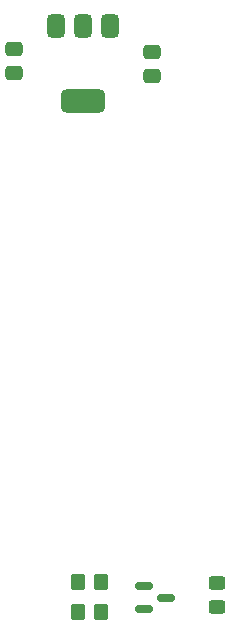
<source format=gtp>
G04 #@! TF.GenerationSoftware,KiCad,Pcbnew,9.0.5*
G04 #@! TF.CreationDate,2025-11-16T23:30:58+01:00*
G04 #@! TF.ProjectId,MiSTer_A8SIO,4d695354-6572-45f4-9138-53494f2e6b69,1.2*
G04 #@! TF.SameCoordinates,Original*
G04 #@! TF.FileFunction,Paste,Top*
G04 #@! TF.FilePolarity,Positive*
%FSLAX46Y46*%
G04 Gerber Fmt 4.6, Leading zero omitted, Abs format (unit mm)*
G04 Created by KiCad (PCBNEW 9.0.5) date 2025-11-16 23:30:58*
%MOMM*%
%LPD*%
G01*
G04 APERTURE LIST*
G04 Aperture macros list*
%AMRoundRect*
0 Rectangle with rounded corners*
0 $1 Rounding radius*
0 $2 $3 $4 $5 $6 $7 $8 $9 X,Y pos of 4 corners*
0 Add a 4 corners polygon primitive as box body*
4,1,4,$2,$3,$4,$5,$6,$7,$8,$9,$2,$3,0*
0 Add four circle primitives for the rounded corners*
1,1,$1+$1,$2,$3*
1,1,$1+$1,$4,$5*
1,1,$1+$1,$6,$7*
1,1,$1+$1,$8,$9*
0 Add four rect primitives between the rounded corners*
20,1,$1+$1,$2,$3,$4,$5,0*
20,1,$1+$1,$4,$5,$6,$7,0*
20,1,$1+$1,$6,$7,$8,$9,0*
20,1,$1+$1,$8,$9,$2,$3,0*%
G04 Aperture macros list end*
%ADD10RoundRect,0.250000X0.475000X-0.337500X0.475000X0.337500X-0.475000X0.337500X-0.475000X-0.337500X0*%
%ADD11RoundRect,0.250000X0.350000X0.450000X-0.350000X0.450000X-0.350000X-0.450000X0.350000X-0.450000X0*%
%ADD12RoundRect,0.375000X-0.375000X0.625000X-0.375000X-0.625000X0.375000X-0.625000X0.375000X0.625000X0*%
%ADD13RoundRect,0.500000X-1.400000X0.500000X-1.400000X-0.500000X1.400000X-0.500000X1.400000X0.500000X0*%
%ADD14RoundRect,0.250000X0.450000X-0.325000X0.450000X0.325000X-0.450000X0.325000X-0.450000X-0.325000X0*%
%ADD15RoundRect,0.250000X-0.350000X-0.450000X0.350000X-0.450000X0.350000X0.450000X-0.350000X0.450000X0*%
%ADD16RoundRect,0.150000X-0.587500X-0.150000X0.587500X-0.150000X0.587500X0.150000X-0.587500X0.150000X0*%
%ADD17RoundRect,0.250000X-0.475000X0.337500X-0.475000X-0.337500X0.475000X-0.337500X0.475000X0.337500X0*%
G04 APERTURE END LIST*
D10*
X158876000Y-56110000D03*
X158876000Y-54035000D03*
D11*
X154591500Y-98879900D03*
X152591500Y-98879900D03*
D12*
X155335000Y-51866000D03*
X153035000Y-51866000D03*
X150735000Y-51866000D03*
D13*
X153035000Y-58166000D03*
D14*
X164411900Y-101064300D03*
X164411900Y-99014300D03*
D15*
X152591500Y-101419900D03*
X154591500Y-101419900D03*
D16*
X158191200Y-99278400D03*
X158191200Y-101178400D03*
X160066200Y-100228400D03*
D17*
X147192000Y-53781000D03*
X147192000Y-55856000D03*
M02*

</source>
